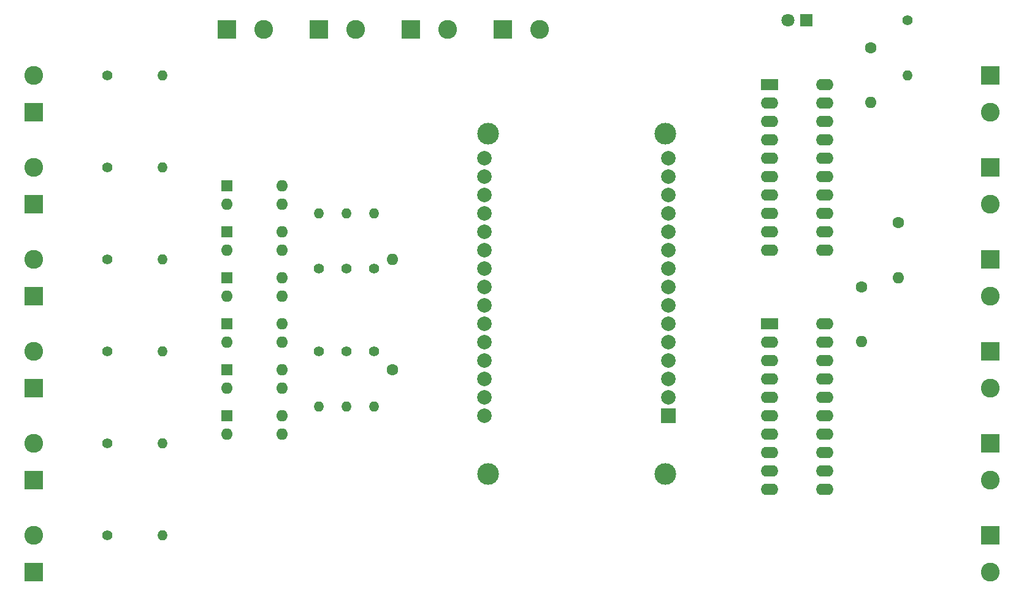
<source format=gbs>
G04 #@! TF.GenerationSoftware,KiCad,Pcbnew,7.0.1-3b83917a11~171~ubuntu20.04.1*
G04 #@! TF.CreationDate,2023-03-12T14:30:51+01:00*
G04 #@! TF.ProjectId,fluidnc-bob,666c7569-646e-4632-9d62-6f622e6b6963,rev?*
G04 #@! TF.SameCoordinates,Original*
G04 #@! TF.FileFunction,Soldermask,Bot*
G04 #@! TF.FilePolarity,Negative*
%FSLAX46Y46*%
G04 Gerber Fmt 4.6, Leading zero omitted, Abs format (unit mm)*
G04 Created by KiCad (PCBNEW 7.0.1-3b83917a11~171~ubuntu20.04.1) date 2023-03-12 14:30:51*
%MOMM*%
%LPD*%
G01*
G04 APERTURE LIST*
%ADD10O,1.600000X1.600000*%
%ADD11C,1.600000*%
%ADD12C,3.000000*%
%ADD13C,2.000000*%
%ADD14R,2.000000X2.000000*%
%ADD15C,2.600000*%
%ADD16R,2.600000X2.600000*%
%ADD17O,1.400000X1.400000*%
%ADD18C,1.400000*%
%ADD19R,2.400000X1.600000*%
%ADD20O,2.400000X1.600000*%
%ADD21C,1.800000*%
%ADD22R,1.800000X1.800000*%
%ADD23R,1.600000X1.600000*%
G04 APERTURE END LIST*
D10*
X123190000Y-73660000D03*
D11*
X123190000Y-88900000D03*
D12*
X160870000Y-103210000D03*
X136360000Y-103210000D03*
X136360000Y-56260000D03*
X160870000Y-56260000D03*
D13*
X135890000Y-59690000D03*
X135890000Y-62230000D03*
X135890000Y-64770000D03*
X135890000Y-67310000D03*
X135890000Y-69850000D03*
X135890000Y-72390000D03*
X135890000Y-74930000D03*
X135890000Y-77470000D03*
X135890000Y-80010000D03*
X135890000Y-82550000D03*
X135890000Y-85090000D03*
X135890000Y-87630000D03*
X135890000Y-90170000D03*
X135890000Y-92710000D03*
X135890000Y-95250000D03*
X161290000Y-59690000D03*
X161290000Y-62230000D03*
X161290000Y-64770000D03*
X161290000Y-67310000D03*
X161290000Y-69850000D03*
X161290000Y-72390000D03*
X161290000Y-74930000D03*
X161290000Y-77470000D03*
X161290000Y-80010000D03*
X161290000Y-82550000D03*
X161290000Y-85090000D03*
X161290000Y-87630000D03*
X161290000Y-90170000D03*
X161290000Y-92710000D03*
D14*
X161290000Y-95250000D03*
D15*
X143510000Y-41910000D03*
D16*
X138430000Y-41910000D03*
D15*
X130810000Y-41910000D03*
D16*
X125730000Y-41910000D03*
D15*
X105410000Y-41910000D03*
D16*
X100330000Y-41910000D03*
D15*
X118110000Y-41910000D03*
D16*
X113030000Y-41910000D03*
D10*
X193040000Y-76200000D03*
D11*
X193040000Y-68580000D03*
D17*
X116840000Y-93980000D03*
D18*
X116840000Y-86360000D03*
D17*
X194310000Y-48260000D03*
D18*
X194310000Y-40640000D03*
D17*
X113030000Y-67310000D03*
D18*
X113030000Y-74930000D03*
D17*
X113030000Y-93980000D03*
D18*
X113030000Y-86360000D03*
D17*
X120650000Y-93980000D03*
D18*
X120650000Y-86360000D03*
D17*
X116840000Y-67310000D03*
D18*
X116840000Y-74930000D03*
D17*
X120650000Y-67310000D03*
D18*
X120650000Y-74930000D03*
D17*
X91440000Y-73660000D03*
D18*
X83820000Y-73660000D03*
D17*
X91440000Y-86360000D03*
D18*
X83820000Y-86360000D03*
D17*
X91440000Y-111760000D03*
D18*
X83820000Y-111760000D03*
D17*
X91440000Y-99060000D03*
D18*
X83820000Y-99060000D03*
D17*
X91440000Y-60960000D03*
D18*
X83820000Y-60960000D03*
D17*
X91440000Y-48260000D03*
D18*
X83820000Y-48260000D03*
D15*
X205740000Y-66040000D03*
D16*
X205740000Y-60960000D03*
D15*
X205740000Y-53340000D03*
D16*
X205740000Y-48260000D03*
D15*
X205740000Y-116840000D03*
D16*
X205740000Y-111760000D03*
D15*
X205740000Y-104140000D03*
D16*
X205740000Y-99060000D03*
D15*
X205740000Y-91440000D03*
D16*
X205740000Y-86360000D03*
D15*
X205740000Y-78740000D03*
D16*
X205740000Y-73660000D03*
D15*
X73660000Y-73660000D03*
D16*
X73660000Y-78740000D03*
D15*
X73660000Y-86360000D03*
D16*
X73660000Y-91440000D03*
D15*
X73660000Y-111760000D03*
D16*
X73660000Y-116840000D03*
D15*
X73660000Y-99060000D03*
D16*
X73660000Y-104140000D03*
D15*
X73660000Y-60960000D03*
D16*
X73660000Y-66040000D03*
D15*
X73660000Y-48260000D03*
D16*
X73660000Y-53340000D03*
D19*
X175260000Y-49530000D03*
D20*
X182880000Y-72390000D03*
X175260000Y-52070000D03*
X182880000Y-69850000D03*
X175260000Y-54610000D03*
X182880000Y-67310000D03*
X175260000Y-57150000D03*
X182880000Y-64770000D03*
X175260000Y-59690000D03*
X182880000Y-62230000D03*
X175260000Y-62230000D03*
X182880000Y-59690000D03*
X175260000Y-64770000D03*
X182880000Y-57150000D03*
X175260000Y-67310000D03*
X182880000Y-54610000D03*
X175260000Y-69850000D03*
X182880000Y-52070000D03*
X175260000Y-72390000D03*
X182880000Y-49530000D03*
X182880000Y-82550000D03*
X175260000Y-105410000D03*
X182880000Y-85090000D03*
X175260000Y-102870000D03*
X182880000Y-87630000D03*
X175260000Y-100330000D03*
X182880000Y-90170000D03*
X175260000Y-97790000D03*
X182880000Y-92710000D03*
X175260000Y-95250000D03*
X182880000Y-95250000D03*
X175260000Y-92710000D03*
X182880000Y-97790000D03*
X175260000Y-90170000D03*
X182880000Y-100330000D03*
X175260000Y-87630000D03*
X182880000Y-102870000D03*
X175260000Y-85090000D03*
X182880000Y-105410000D03*
D19*
X175260000Y-82550000D03*
D21*
X177800000Y-40640000D03*
D22*
X180340000Y-40640000D03*
D10*
X189230000Y-51950000D03*
D11*
X189230000Y-44450000D03*
D10*
X187960000Y-84970000D03*
D11*
X187960000Y-77470000D03*
D10*
X107950000Y-76200000D03*
X100330000Y-78740000D03*
X107950000Y-78740000D03*
D23*
X100330000Y-76200000D03*
D10*
X107950000Y-82550000D03*
X100330000Y-85090000D03*
X107950000Y-85090000D03*
D23*
X100330000Y-82550000D03*
D10*
X107950000Y-95250000D03*
X100330000Y-97790000D03*
X107950000Y-97790000D03*
D23*
X100330000Y-95250000D03*
D10*
X107950000Y-88900000D03*
X100330000Y-91440000D03*
X107950000Y-91440000D03*
D23*
X100330000Y-88900000D03*
D10*
X107950000Y-69850000D03*
X100330000Y-72390000D03*
X107950000Y-72390000D03*
D23*
X100330000Y-69850000D03*
D10*
X107950000Y-63500000D03*
X100330000Y-66040000D03*
X107950000Y-66040000D03*
D23*
X100330000Y-63500000D03*
M02*

</source>
